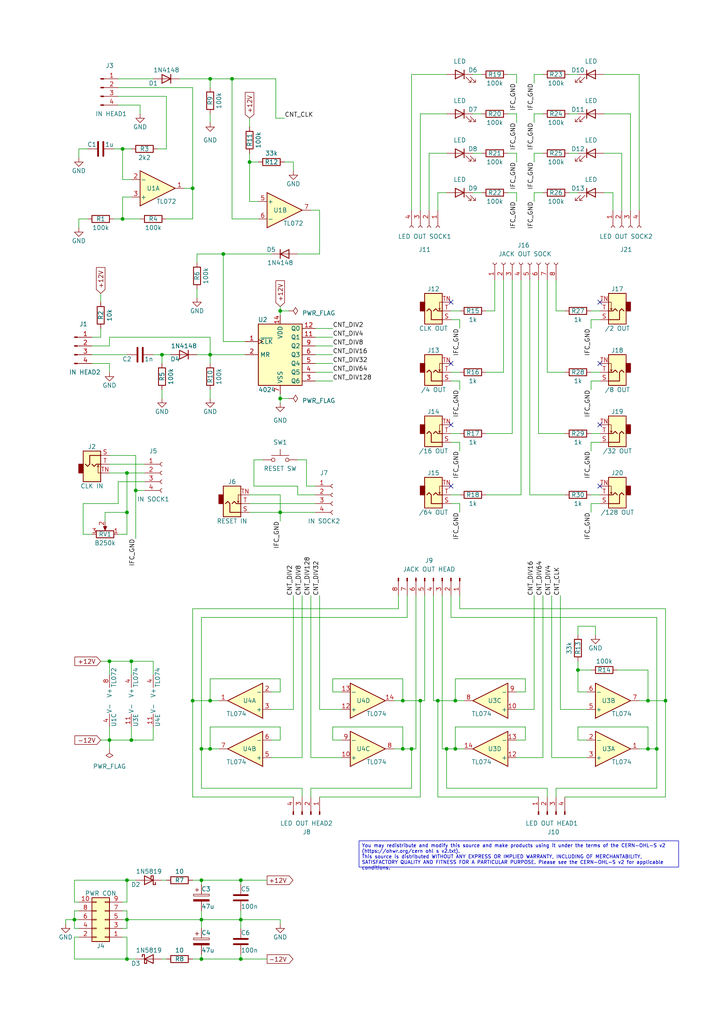
<source format=kicad_sch>
(kicad_sch (version 20230121) (generator eeschema)
  (paper "A4" portrait)
  (title_block (title "PowerClock") (date "2023-03-06") (rev "rev2 ab") (company "Audible Contraptions") (comment 1 "Source location: https://github.com/AudibleContraptions/PowerClock") (comment 2 "any later version.") (comment 3 "This source describes Open Hardware and is licensed under the CERN-OHL-S v2 or ") (comment 4 "Copyright Arne Bethmann 2023."))
  (junction (at 36.83 137.16))
  (junction (at 121.92 203.2))
  (junction (at 64.77 73.66))
  (junction (at 69.85 278.13))
  (junction (at 69.85 266.7))
  (junction (at 31.75 191.77))
  (junction (at 167.64 194.31))
  (junction (at 193.04 203.2))
  (junction (at 190.5 217.17))
  (junction (at 81.28 90.17))
  (junction (at 36.83 148.59))
  (junction (at 35.56 63.5))
  (junction (at 36.83 278.13))
  (junction (at 81.28 148.59))
  (junction (at 60.96 203.2))
  (junction (at 187.96 217.17))
  (junction (at 60.96 217.17))
  (junction (at 60.96 102.87))
  (junction (at 116.84 217.17))
  (junction (at 55.88 54.61))
  (junction (at 127 203.2))
  (junction (at 36.83 255.27))
  (junction (at 55.88 203.2))
  (junction (at 116.84 203.2))
  (junction (at 39.37 142.24))
  (junction (at 69.85 255.27))
  (junction (at 72.39 46.99))
  (junction (at 119.38 217.17))
  (junction (at 35.56 43.18))
  (junction (at 38.1 214.63))
  (junction (at 58.42 217.17))
  (junction (at 58.42 266.7))
  (junction (at 46.99 102.87))
  (junction (at 81.28 115.57))
  (junction (at 60.96 22.86))
  (junction (at 31.75 214.63))
  (junction (at 132.08 203.2))
  (junction (at 132.08 217.17))
  (junction (at 67.31 22.86))
  (junction (at 36.83 266.7))
  (junction (at 38.1 191.77))
  (junction (at 129.54 217.17))
  (junction (at 58.42 278.13))
  (junction (at 58.42 255.27))
  (junction (at 21.59 266.7))
  (junction (at 187.96 203.2))
  (no_connect (at 130.81 140.97))
  (no_connect (at 173.99 87.63))
  (no_connect (at 173.99 140.97))
  (no_connect (at 130.81 105.41))
  (no_connect (at 130.81 87.63))
  (no_connect (at 173.99 105.41))
  (no_connect (at 173.99 123.19))
  (no_connect (at 130.81 123.19))
  (wire (pts (xy 55.88 255.27) (xy 58.42 255.27)))
  (wire (pts (xy 72.39 143.51) (xy 81.28 143.51)))
  (wire (pts (xy 58.42 278.13) (xy 58.42 276.86)))
  (wire (pts (xy 154.94 55.88) (xy 154.94 58.42)))
  (wire (pts (xy 58.42 255.27) (xy 58.42 256.54)))
  (wire (pts (xy 91.44 107.95) (xy 96.52 107.95)))
  (wire (pts (xy 60.96 210.82) (xy 60.96 217.17)))
  (wire (pts (xy 96.52 214.63) (xy 99.06 214.63)))
  (wire (pts (xy 139.7 33.02) (xy 137.16 33.02)))
  (wire (pts (xy 171.45 128.27) (xy 171.45 130.81)))
  (wire (pts (xy 187.96 203.2) (xy 193.04 203.2)))
  (wire (pts (xy 55.88 63.5) (xy 55.88 54.61)))
  (wire (pts (xy 31.75 191.77) (xy 31.75 195.58)))
  (wire (pts (xy 171.45 92.71) (xy 171.45 95.25)))
  (wire (pts (xy 73.66 140.97) (xy 86.36 140.97)))
  (wire (pts (xy 129.54 228.6) (xy 158.75 228.6)))
  (wire (pts (xy 35.56 264.16) (xy 36.83 264.16)))
  (wire (pts (xy 167.64 194.31) (xy 167.64 200.66)))
  (wire (pts (xy 22.86 261.62) (xy 21.59 261.62)))
  (wire (pts (xy 44.45 191.77) (xy 38.1 191.77)))
  (wire (pts (xy 34.29 27.94) (xy 48.26 27.94)))
  (wire (pts (xy 81.28 143.51) (xy 81.28 148.59)))
  (wire (pts (xy 81.28 115.57) (xy 83.82 115.57)))
  (wire (pts (xy 125.73 203.2) (xy 127 203.2)))
  (wire (pts (xy 121.92 203.2) (xy 123.19 203.2)))
  (wire (pts (xy 167.64 184.15) (xy 167.64 181.61)))
  (wire (pts (xy 91.44 105.41) (xy 96.52 105.41)))
  (wire (pts (xy 187.96 217.17) (xy 185.42 217.17)))
  (wire (pts (xy 36.83 148.59) (xy 36.83 137.16)))
  (wire (pts (xy 133.35 143.51) (xy 130.81 143.51)))
  (wire (pts (xy 91.44 100.33) (xy 96.52 100.33)))
  (wire (pts (xy 60.96 102.87) (xy 71.12 102.87)))
  (wire (pts (xy 193.04 203.2) (xy 193.04 231.14)))
  (wire (pts (xy 130.81 92.71) (xy 133.35 92.71)))
  (wire (pts (xy 167.64 194.31) (xy 171.45 194.31)))
  (wire (pts (xy 48.26 43.18) (xy 45.72 43.18)))
  (wire (pts (xy 26.67 105.41) (xy 31.75 105.41)))
  (wire (pts (xy 133.35 107.95) (xy 130.81 107.95)))
  (wire (pts (xy 190.5 179.07) (xy 190.5 217.17)))
  (wire (pts (xy 90.17 219.71) (xy 99.06 219.71)))
  (wire (pts (xy 55.88 203.2) (xy 60.96 203.2)))
  (wire (pts (xy 127 55.88) (xy 129.54 55.88)))
  (wire (pts (xy 149.86 21.59) (xy 149.86 24.13)))
  (wire (pts (xy 161.29 228.6) (xy 161.29 231.14)))
  (wire (pts (xy 60.96 33.02) (xy 60.96 35.56)))
  (wire (pts (xy 185.42 60.96) (xy 185.42 21.59)))
  (wire (pts (xy 167.64 214.63) (xy 167.64 210.82)))
  (wire (pts (xy 73.66 133.35) (xy 76.2 133.35)))
  (wire (pts (xy 46.99 113.03) (xy 46.99 115.57)))
  (wire (pts (xy 34.29 25.4) (xy 55.88 25.4)))
  (wire (pts (xy 81.28 90.17) (xy 81.28 91.44)))
  (wire (pts (xy 146.05 107.95) (xy 140.97 107.95)))
  (wire (pts (xy 22.86 266.7) (xy 21.59 266.7)))
  (wire (pts (xy 123.19 172.72) (xy 123.19 203.2)))
  (wire (pts (xy 36.83 137.16) (xy 41.91 137.16)))
  (wire (pts (xy 132.08 210.82) (xy 132.08 217.17)))
  (wire (pts (xy 69.85 276.86) (xy 69.85 278.13)))
  (wire (pts (xy 133.35 128.27) (xy 133.35 130.81)))
  (wire (pts (xy 172.72 181.61) (xy 172.72 184.15)))
  (wire (pts (xy 171.45 125.73) (xy 173.99 125.73)))
  (wire (pts (xy 87.63 228.6) (xy 87.63 231.14)))
  (wire (pts (xy 35.56 269.24) (xy 36.83 269.24)))
  (wire (pts (xy 132.08 203.2) (xy 127 203.2)))
  (wire (pts (xy 57.15 73.66) (xy 64.77 73.66)))
  (wire (pts (xy 133.35 92.71) (xy 133.35 95.25)))
  (wire (pts (xy 116.84 210.82) (xy 116.84 217.17)))
  (wire (pts (xy 69.85 266.7) (xy 81.28 266.7)))
  (wire (pts (xy 154.94 33.02) (xy 157.48 33.02)))
  (wire (pts (xy 31.75 134.62) (xy 41.91 134.62)))
  (wire (pts (xy 151.13 81.28) (xy 151.13 143.51)))
  (wire (pts (xy 158.75 107.95) (xy 163.83 107.95)))
  (wire (pts (xy 149.86 55.88) (xy 147.32 55.88)))
  (wire (pts (xy 91.44 97.79) (xy 96.52 97.79)))
  (wire (pts (xy 81.28 214.63) (xy 81.28 210.82)))
  (wire (pts (xy 26.67 102.87) (xy 36.83 102.87)))
  (wire (pts (xy 91.44 110.49) (xy 96.52 110.49)))
  (wire (pts (xy 85.09 46.99) (xy 85.09 49.53)))
  (wire (pts (xy 173.99 110.49) (xy 171.45 110.49)))
  (wire (pts (xy 182.88 60.96) (xy 182.88 33.02)))
  (wire (pts (xy 118.11 172.72) (xy 118.11 179.07)))
  (wire (pts (xy 171.45 146.05) (xy 171.45 148.59)))
  (wire (pts (xy 25.4 63.5) (xy 22.86 63.5)))
  (wire (pts (xy 72.39 148.59) (xy 81.28 148.59)))
  (wire (pts (xy 60.96 102.87) (xy 60.96 105.41)))
  (wire (pts (xy 167.64 191.77) (xy 167.64 194.31)))
  (wire (pts (xy 35.56 57.15) (xy 38.1 57.15)))
  (wire (pts (xy 29.21 214.63) (xy 31.75 214.63)))
  (wire (pts (xy 116.84 196.85) (xy 96.52 196.85)))
  (wire (pts (xy 81.28 88.9) (xy 81.28 90.17)))
  (wire (pts (xy 64.77 99.06) (xy 71.12 99.06)))
  (wire (pts (xy 22.86 43.18) (xy 22.86 45.72)))
  (wire (pts (xy 31.75 100.33) (xy 31.75 97.79)))
  (wire (pts (xy 86.36 133.35) (xy 88.9 133.35)))
  (wire (pts (xy 115.57 176.53) (xy 55.88 176.53)))
  (wire (pts (xy 133.35 110.49) (xy 133.35 113.03)))
  (wire (pts (xy 41.91 139.7) (xy 34.29 139.7)))
  (wire (pts (xy 132.08 217.17) (xy 129.54 217.17)))
  (wire (pts (xy 57.15 102.87) (xy 60.96 102.87)))
  (wire (pts (xy 21.59 255.27) (xy 21.59 261.62)))
  (wire (pts (xy 88.9 140.97) (xy 91.44 140.97)))
  (wire (pts (xy 152.4 214.63) (xy 152.4 210.82)))
  (wire (pts (xy 190.5 217.17) (xy 190.5 228.6)))
  (wire (pts (xy 129.54 217.17) (xy 128.27 217.17)))
  (wire (pts (xy 167.64 181.61) (xy 172.72 181.61)))
  (wire (pts (xy 116.84 203.2) (xy 121.92 203.2)))
  (wire (pts (xy 92.71 172.72) (xy 92.71 205.74)))
  (wire (pts (xy 187.96 210.82) (xy 187.96 217.17)))
  (wire (pts (xy 140.97 90.17) (xy 143.51 90.17)))
  (wire (pts (xy 52.07 22.86) (xy 60.96 22.86)))
  (wire (pts (xy 148.59 125.73) (xy 140.97 125.73)))
  (wire (pts (xy 153.67 143.51) (xy 163.83 143.51)))
  (wire (pts (xy 24.13 154.94) (xy 26.67 154.94)))
  (wire (pts (xy 153.67 81.28) (xy 153.67 143.51)))
  (wire (pts (xy 81.28 148.59) (xy 81.28 151.13)))
  (wire (pts (xy 64.77 99.06) (xy 64.77 73.66)))
  (wire (pts (xy 114.3 203.2) (xy 116.84 203.2)))
  (wire (pts (xy 80.01 34.29) (xy 82.55 34.29)))
  (wire (pts (xy 78.74 214.63) (xy 81.28 214.63)))
  (wire (pts (xy 129.54 217.17) (xy 129.54 228.6)))
  (wire (pts (xy 133.35 125.73) (xy 130.81 125.73)))
  (wire (pts (xy 22.86 63.5) (xy 22.86 66.04)))
  (wire (pts (xy 171.45 90.17) (xy 173.99 90.17)))
  (wire (pts (xy 55.88 203.2) (xy 55.88 231.14)))
  (wire (pts (xy 124.46 44.45) (xy 129.54 44.45)))
  (wire (pts (xy 60.96 196.85) (xy 60.96 203.2)))
  (wire (pts (xy 149.86 214.63) (xy 152.4 214.63)))
  (wire (pts (xy 82.55 46.99) (xy 85.09 46.99)))
  (wire (pts (xy 156.21 125.73) (xy 163.83 125.73)))
  (wire (pts (xy 36.83 264.16) (xy 36.83 266.7)))
  (wire (pts (xy 29.21 191.77) (xy 31.75 191.77)))
  (wire (pts (xy 139.7 55.88) (xy 137.16 55.88)))
  (wire (pts (xy 182.88 33.02) (xy 175.26 33.02)))
  (wire (pts (xy 33.02 43.18) (xy 35.56 43.18)))
  (wire (pts (xy 38.1 191.77) (xy 38.1 195.58)))
  (wire (pts (xy 38.1 214.63) (xy 38.1 210.82)))
  (wire (pts (xy 92.71 60.96) (xy 92.71 73.66)))
  (wire (pts (xy 151.13 143.51) (xy 140.97 143.51)))
  (wire (pts (xy 180.34 60.96) (xy 180.34 44.45)))
  (wire (pts (xy 35.56 52.07) (xy 38.1 52.07)))
  (wire (pts (xy 58.42 264.16) (xy 58.42 266.7)))
  (wire (pts (xy 165.1 55.88) (xy 167.64 55.88)))
  (wire (pts (xy 133.35 90.17) (xy 130.81 90.17)))
  (wire (pts (xy 127 60.96) (xy 127 55.88)))
  (wire (pts (xy 116.84 217.17) (xy 114.3 217.17)))
  (wire (pts (xy 154.94 205.74) (xy 149.86 205.74)))
  (wire (pts (xy 85.09 172.72) (xy 85.09 205.74)))
  (wire (pts (xy 21.59 278.13) (xy 21.59 271.78)))
  (wire (pts (xy 31.75 210.82) (xy 31.75 214.63)))
  (wire (pts (xy 87.63 172.72) (xy 87.63 219.71)))
  (wire (pts (xy 58.42 255.27) (xy 69.85 255.27)))
  (wire (pts (xy 69.85 264.16) (xy 69.85 266.7)))
  (wire (pts (xy 120.65 172.72) (xy 120.65 217.17)))
  (wire (pts (xy 154.94 172.72) (xy 154.94 205.74)))
  (wire (pts (xy 72.39 46.99) (xy 74.93 46.99)))
  (wire (pts (xy 162.56 205.74) (xy 170.18 205.74)))
  (wire (pts (xy 158.75 228.6) (xy 158.75 231.14)))
  (wire (pts (xy 125.73 172.72) (xy 125.73 203.2)))
  (wire (pts (xy 36.83 266.7) (xy 36.83 269.24)))
  (wire (pts (xy 119.38 217.17) (xy 120.65 217.17)))
  (wire (pts (xy 152.4 210.82) (xy 132.08 210.82)))
  (wire (pts (xy 35.56 63.5) (xy 35.56 57.15)))
  (wire (pts (xy 133.35 176.53) (xy 193.04 176.53)))
  (wire (pts (xy 81.28 90.17) (xy 83.82 90.17)))
  (wire (pts (xy 31.75 97.79) (xy 60.96 97.79)))
  (wire (pts (xy 46.99 105.41) (xy 46.99 102.87)))
  (wire (pts (xy 119.38 217.17) (xy 119.38 228.6)))
  (wire (pts (xy 36.83 271.78) (xy 36.83 278.13)))
  (wire (pts (xy 58.42 179.07) (xy 58.42 217.17)))
  (wire (pts (xy 72.39 34.29) (xy 72.39 36.83)))
  (wire (pts (xy 24.13 146.05) (xy 24.13 154.94)))
  (wire (pts (xy 35.56 271.78) (xy 36.83 271.78)))
  (wire (pts (xy 96.52 200.66) (xy 96.52 196.85)))
  (wire (pts (xy 30.48 151.13) (xy 30.48 148.59)))
  (wire (pts (xy 44.45 214.63) (xy 38.1 214.63)))
  (wire (pts (xy 149.86 21.59) (xy 147.32 21.59)))
  (wire (pts (xy 121.92 203.2) (xy 121.92 231.14)))
  (wire (pts (xy 149.86 33.02) (xy 147.32 33.02)))
  (wire (pts (xy 167.64 210.82) (xy 187.96 210.82)))
  (wire (pts (xy 173.99 128.27) (xy 171.45 128.27)))
  (wire (pts (xy 124.46 60.96) (xy 124.46 44.45)))
  (wire (pts (xy 78.74 200.66) (xy 81.28 200.66)))
  (wire (pts (xy 130.81 110.49) (xy 133.35 110.49)))
  (wire (pts (xy 133.35 146.05) (xy 133.35 148.59)))
  (wire (pts (xy 81.28 200.66) (xy 81.28 196.85)))
  (wire (pts (xy 88.9 133.35) (xy 88.9 140.97)))
  (wire (pts (xy 165.1 21.59) (xy 167.64 21.59)))
  (wire (pts (xy 81.28 116.84) (xy 81.28 115.57)))
  (wire (pts (xy 72.39 46.99) (xy 72.39 44.45)))
  (wire (pts (xy 21.59 269.24) (xy 22.86 269.24)))
  (wire (pts (xy 44.45 195.58) (xy 44.45 191.77)))
  (wire (pts (xy 161.29 81.28) (xy 161.29 90.17)))
  (wire (pts (xy 91.44 143.51) (xy 86.36 143.51)))
  (wire (pts (xy 60.96 203.2) (xy 63.5 203.2)))
  (wire (pts (xy 69.85 278.13) (xy 77.47 278.13)))
  (wire (pts (xy 39.37 255.27) (xy 36.83 255.27)))
  (wire (pts (xy 149.86 44.45) (xy 149.86 46.99)))
  (wire (pts (xy 132.08 203.2) (xy 134.62 203.2)))
  (wire (pts (xy 39.37 142.24) (xy 39.37 156.21)))
  (wire (pts (xy 46.99 102.87) (xy 49.53 102.87)))
  (wire (pts (xy 118.11 179.07) (xy 58.42 179.07)))
  (wire (pts (xy 34.29 30.48) (xy 40.64 30.48)))
  (wire (pts (xy 69.85 255.27) (xy 77.47 255.27)))
  (wire (pts (xy 149.86 55.88) (xy 149.86 58.42)))
  (wire (pts (xy 55.88 25.4) (xy 55.88 54.61)))
  (wire (pts (xy 91.44 102.87) (xy 96.52 102.87)))
  (wire (pts (xy 35.56 261.62) (xy 36.83 261.62)))
  (wire (pts (xy 116.84 217.17) (xy 119.38 217.17)))
  (wire (pts (xy 132.08 196.85) (xy 132.08 203.2)))
  (wire (pts (xy 187.96 203.2) (xy 185.42 203.2)))
  (wire (pts (xy 193.04 176.53) (xy 193.04 203.2)))
  (wire (pts (xy 152.4 200.66) (xy 152.4 196.85)))
  (wire (pts (xy 90.17 172.72) (xy 90.17 219.71)))
  (wire (pts (xy 60.96 196.85) (xy 81.28 196.85)))
  (wire (pts (xy 127 231.14) (xy 156.21 231.14)))
  (wire (pts (xy 58.42 278.13) (xy 69.85 278.13)))
  (wire (pts (xy 156.21 81.28) (xy 156.21 125.73)))
  (wire (pts (xy 64.77 73.66) (xy 78.74 73.66)))
  (wire (pts (xy 161.29 90.17) (xy 163.83 90.17)))
  (wire (pts (xy 173.99 92.71) (xy 171.45 92.71)))
  (wire (pts (xy 154.94 44.45) (xy 154.94 46.99)))
  (wire (pts (xy 187.96 194.31) (xy 187.96 203.2)))
  (wire (pts (xy 130.81 179.07) (xy 190.5 179.07)))
  (wire (pts (xy 175.26 55.88) (xy 177.8 55.88)))
  (wire (pts (xy 173.99 107.95) (xy 171.45 107.95)))
  (wire (pts (xy 116.84 210.82) (xy 96.52 210.82)))
  (wire (pts (xy 190.5 228.6) (xy 161.29 228.6)))
  (wire (pts (xy 74.93 58.42) (xy 72.39 58.42)))
  (wire (pts (xy 60.96 217.17) (xy 63.5 217.17)))
  (wire (pts (xy 48.26 27.94) (xy 48.26 43.18)))
  (wire (pts (xy 29.21 87.63) (xy 29.21 85.09)))
  (wire (pts (xy 130.81 172.72) (xy 130.81 179.07)))
  (wire (pts (xy 149.86 33.02) (xy 149.86 35.56)))
  (wire (pts (xy 58.42 217.17) (xy 58.42 228.6)))
  (wire (pts (xy 25.4 43.18) (xy 22.86 43.18)))
  (wire (pts (xy 160.02 172.72) (xy 160.02 219.71)))
  (wire (pts (xy 165.1 33.02) (xy 167.64 33.02)))
  (wire (pts (xy 36.83 266.7) (xy 58.42 266.7)))
  (wire (pts (xy 187.96 217.17) (xy 190.5 217.17)))
  (wire (pts (xy 41.91 142.24) (xy 39.37 142.24)))
  (wire (pts (xy 69.85 256.54) (xy 69.85 255.27)))
  (wire (pts (xy 34.29 154.94) (xy 36.83 154.94)))
  (wire (pts (xy 46.99 278.13) (xy 48.26 278.13)))
  (wire (pts (xy 158.75 81.28) (xy 158.75 107.95)))
  (wire (pts (xy 157.48 219.71) (xy 149.86 219.71)))
  (wire (pts (xy 143.51 81.28) (xy 143.51 90.17)))
  (wire (pts (xy 29.21 95.25) (xy 29.21 97.79)))
  (wire (pts (xy 39.37 278.13) (xy 36.83 278.13)))
  (wire (pts (xy 139.7 21.59) (xy 137.16 21.59)))
  (wire (pts (xy 127 203.2) (xy 127 231.14)))
  (wire (pts (xy 40.64 63.5) (xy 35.56 63.5)))
  (wire (pts (xy 67.31 63.5) (xy 74.93 63.5)))
  (wire (pts (xy 67.31 22.86) (xy 80.01 22.86)))
  (wire (pts (xy 58.42 266.7) (xy 69.85 266.7)))
  (wire (pts (xy 171.45 110.49) (xy 171.45 113.03)))
  (wire (pts (xy 26.67 97.79) (xy 29.21 97.79)))
  (wire (pts (xy 86.36 143.51) (xy 86.36 140.97)))
  (wire (pts (xy 149.86 200.66) (xy 152.4 200.66)))
  (wire (pts (xy 73.66 140.97) (xy 73.66 133.35)))
  (wire (pts (xy 21.59 264.16) (xy 21.59 266.7)))
  (wire (pts (xy 173.99 146.05) (xy 171.45 146.05)))
  (wire (pts (xy 179.07 194.31) (xy 187.96 194.31)))
  (wire (pts (xy 115.57 172.72) (xy 115.57 176.53)))
  (wire (pts (xy 152.4 196.85) (xy 132.08 196.85)))
  (wire (pts (xy 96.52 200.66) (xy 99.06 200.66)))
  (wire (pts (xy 157.48 172.72) (xy 157.48 219.71)))
  (wire (pts (xy 67.31 22.86) (xy 67.31 63.5)))
  (wire (pts (xy 60.96 22.86) (xy 67.31 22.86)))
  (wire (pts (xy 30.48 148.59) (xy 36.83 148.59)))
  (wire (pts (xy 170.18 200.66) (xy 167.64 200.66)))
  (wire (pts (xy 35.56 52.07) (xy 35.56 43.18)))
  (wire (pts (xy 58.42 266.7) (xy 58.42 269.24)))
  (wire (pts (xy 34.29 22.86) (xy 44.45 22.86)))
  (wire (pts (xy 116.84 196.85) (xy 116.84 203.2)))
  (wire (pts (xy 58.42 228.6) (xy 87.63 228.6)))
  (wire (pts (xy 31.75 191.77) (xy 38.1 191.77)))
  (wire (pts (xy 165.1 44.45) (xy 167.64 44.45)))
  (wire (pts (xy 81.28 148.59) (xy 91.44 148.59)))
  (wire (pts (xy 162.56 172.72) (xy 162.56 205.74)))
  (wire (pts (xy 57.15 73.66) (xy 57.15 76.2)))
  (wire (pts (xy 55.88 231.14) (xy 85.09 231.14)))
  (wire (pts (xy 130.81 146.05) (xy 133.35 146.05)))
  (wire (pts (xy 53.34 54.61) (xy 55.88 54.61)))
  (wire (pts (xy 22.86 271.78) (xy 21.59 271.78)))
  (wire (pts (xy 36.83 278.13) (xy 21.59 278.13)))
  (wire (pts (xy 39.37 142.24) (xy 39.37 132.08)))
  (wire (pts (xy 96.52 210.82) (xy 96.52 214.63)))
  (wire (pts (xy 48.26 63.5) (xy 55.88 63.5)))
  (wire (pts (xy 55.88 278.13) (xy 58.42 278.13)))
  (wire (pts (xy 154.94 21.59) (xy 154.94 24.13)))
  (wire (pts (xy 60.96 217.17) (xy 58.42 217.17)))
  (wire (pts (xy 19.05 266.7) (xy 21.59 266.7)))
  (wire (pts (xy 36.83 255.27) (xy 21.59 255.27)))
  (wire (pts (xy 21.59 266.7) (xy 21.59 269.24)))
  (wire (pts (xy 185.42 21.59) (xy 175.26 21.59)))
  (wire (pts (xy 31.75 137.16) (xy 36.83 137.16)))
  (wire (pts (xy 154.94 33.02) (xy 154.94 35.56)))
  (wire (pts (xy 160.02 219.71) (xy 170.18 219.71)))
  (wire (pts (xy 81.28 210.82) (xy 60.96 210.82)))
  (wire (pts (xy 80.01 22.86) (xy 80.01 34.29)))
  (wire (pts (xy 121.92 33.02) (xy 129.54 33.02)))
  (wire (pts (xy 177.8 55.88) (xy 177.8 60.96)))
  (wire (pts (xy 90.17 228.6) (xy 90.17 231.14)))
  (wire (pts (xy 149.86 44.45) (xy 147.32 44.45)))
  (wire (pts (xy 90.17 60.96) (xy 92.71 60.96)))
  (wire (pts (xy 130.81 128.27) (xy 133.35 128.27)))
  (wire (pts (xy 26.67 100.33) (xy 31.75 100.33)))
  (wire (pts (xy 60.96 113.03) (xy 60.96 115.57)))
  (wire (pts (xy 171.45 143.51) (xy 173.99 143.51)))
  (wire (pts (xy 60.96 22.86) (xy 60.96 25.4)))
  (wire (pts (xy 34.29 146.05) (xy 24.13 146.05)))
  (wire (pts (xy 36.83 255.27) (xy 36.83 261.62)))
  (wire (pts (xy 154.94 21.59) (xy 157.48 21.59)))
  (wire (pts (xy 85.09 205.74) (xy 78.74 205.74)))
  (wire (pts (xy 91.44 95.25) (xy 96.52 95.25)))
  (wire (pts (xy 119.38 60.96) (xy 119.38 21.59)))
  (wire (pts (xy 19.05 267.97) (xy 19.05 266.7)))
  (wire (pts (xy 86.36 73.66) (xy 92.71 73.66)))
  (wire (pts (xy 132.08 217.17) (xy 134.62 217.17)))
  (wire (pts (xy 72.39 58.42) (xy 72.39 46.99)))
  (wire (pts (xy 31.75 132.08) (xy 39.37 132.08)))
  (wire (pts (xy 92.71 205.74) (xy 99.06 205.74)))
  (wire (pts (xy 139.7 44.45) (xy 137.16 44.45)))
  (wire (pts (xy 119.38 21.59) (xy 129.54 21.59)))
  (wire (pts (xy 121.92 231.14) (xy 92.71 231.14)))
  (wire (pts (xy 34.29 139.7) (xy 34.29 146.05)))
  (wire (pts (xy 72.39 146.05) (xy 91.44 146.05)))
  (wire (pts (xy 31.75 105.41) (xy 31.75 107.95)))
  (wire (pts (xy 81.28 267.97) (xy 81.28 266.7)))
  (wire (pts (xy 148.59 81.28) (xy 148.59 125.73)))
  (wire (pts (xy 154.94 55.88) (xy 157.48 55.88)))
  (wire (pts (xy 44.45 210.82) (xy 44.45 214.63)))
  (wire (pts (xy 60.96 97.79) (xy 60.96 102.87)))
  (wire (pts (xy 133.35 172.72) (xy 133.35 176.53)))
  (wire (pts (xy 121.92 60.96) (xy 121.92 33.02)))
  (wire (pts (xy 44.45 102.87) (xy 46.99 102.87)))
  (wire (pts (xy 46.99 255.27) (xy 48.26 255.27)))
  (wire (pts (xy 180.34 44.45) (xy 175.26 44.45)))
  (wire (pts (xy 55.88 176.53) (xy 55.88 203.2)))
  (wire (pts (xy 57.15 86.36) (xy 57.15 83.82)))
  (wire (pts (xy 154.94 44.45) (xy 157.48 44.45)))
  (wire (pts (xy 22.86 264.16) (xy 21.59 264.16)))
  (wire (pts (xy 146.05 81.28) (xy 146.05 107.95)))
  (wire (pts (xy 35.56 43.18) (xy 38.1 43.18)))
  (wire (pts (xy 128.27 172.72) (xy 128.27 217.17)))
  (wire (pts (xy 193.04 231.14) (xy 163.83 231.14)))
  (wire (pts (xy 69.85 266.7) (xy 69.85 269.24)))
  (wire (pts (xy 81.28 115.57) (xy 81.28 114.3)))
  (wire (pts (xy 170.18 214.63) (xy 167.64 214.63)))
  (wire (pts (xy 40.64 30.48) (xy 40.64 33.02)))
  (wire (pts (xy 31.75 214.63) (xy 31.75 217.17)))
  (wire (pts (xy 35.56 266.7) (xy 36.83 266.7)))
  (wire (pts (xy 119.38 228.6) (xy 90.17 228.6)))
  (wire (pts (xy 87.63 219.71) (xy 78.74 219.71)))
  (wire (pts (xy 31.75 214.63) (xy 38.1 214.63)))
  (wire (pts (xy 36.83 154.94) (xy 36.83 148.59)))
  (wire (pts (xy 33.02 63.5) (xy 35.56 63.5)))
  (text_box "You may redistribute and modify this source and make products using it under the terms of the CERN-OHL-S v2 (https://ohwr.org/cern ohl s v2.txt).\nThis source is distributed WITHOUT ANY EXPRESS OR IMPLIED WARRANTY, INCLUDING OF MERCHANTABILITY, SATISFACTORY QUALITY AND FITNESS FOR A PARTICULAR PURPOSE. Please see the CERN-OHL-S v2 for applicable conditions." (at 104.14 243.84 0) (size 92.71 7.62) (effects (font (size 1 1)) (justify left top)))
  (label "IFC_GND" (at 133.35 95.25 270))
  (label "CNT_DIV16" (at 96.52 102.87 0))
  (label "IFC_GND" (at 154.94 24.13 270))
  (label "IFC_GND" (at 149.86 24.13 270))
  (label "CNT_DIV8" (at 87.63 172.72 90))
  (label "IFC_GND" (at 81.28 151.13 270))
  (label "IFC_GND" (at 149.86 35.56 270))
  (label "IFC_GND" (at 154.94 58.42 270))
  (label "CNT_DIV128" (at 96.52 110.49 0))
  (label "IFC_GND" (at 133.35 130.81 270))
  (label "IFC_GND" (at 39.37 156.21 270))
  (label "CNT_DIV2" (at 85.09 172.72 90))
  (label "CNT_DIV64" (at 96.52 107.95 0))
  (label "IFC_GND" (at 133.35 148.59 270))
  (label "IFC_GND" (at 171.45 113.03 270))
  (label "CNT_DIV8" (at 96.52 100.33 0))
  (label "CNT_DIV4" (at 96.52 97.79 0))
  (label "IFC_GND" (at 154.94 46.99 270))
  (label "CNT_DIV32" (at 92.71 172.72 90))
  (label "CNT_CLK" (at 82.55 34.29 0))
  (label "IFC_GND" (at 171.45 148.59 270))
  (label "CNT_DIV16" (at 154.94 172.72 90))
  (label "CNT_DIV2" (at 96.52 95.25 0))
  (label "CNT_DIV64" (at 157.48 172.72 90))
  (label "IFC_GND" (at 149.86 58.42 270))
  (label "CNT_DIV32" (at 96.52 105.41 0))
  (label "IFC_GND" (at 133.35 113.03 270))
  (label "IFC_GND" (at 171.45 130.81 270))
  (label "IFC_GND" (at 149.86 46.99 270))
  (label "CNT_DIV4" (at 160.02 172.72 90))
  (label "IFC_GND" (at 154.94 35.56 270))
  (label "IFC_GND" (at 171.45 95.25 270))
  (label "CNT_CLK" (at 162.56 172.72 90))
  (label "CNT_DIV128" (at 90.17 172.72 90))
  (global_label "+12V" (shape input) (at 29.21 191.77 180) (property "Intersheetrefs" "${INTERSHEET_REFS}" (effects hide)))
  (global_label "+12V" (shape output) (at 77.47 255.27 0) (property "Intersheetrefs" "${INTERSHEET_REFS}" (effects hide)))
  (global_label "-12V" (shape output) (at 77.47 278.13 0) (property "Intersheetrefs" "${INTERSHEET_REFS}" (effects hide)))
  (global_label "-12V" (shape input) (at 29.21 214.63 180) (property "Intersheetrefs" "${INTERSHEET_REFS}" (effects hide)))
  (global_label "+12V" (shape input) (at 29.21 85.09 90) (property "Intersheetrefs" "${INTERSHEET_REFS}" (effects hide)))
  (global_label "+12V" (shape input) (at 81.28 88.9 90) (property "Intersheetrefs" "${INTERSHEET_REFS}" (effects hide)))
  (global_label "+12V" (shape input) (at 72.39 34.29 90) (property "Intersheetrefs" "${INTERSHEET_REFS}" (effects hide)))
  (symbol (lib_id "Connector_Audio:AudioJack2_SwitchT") (at 179.07 143.51 180) (unit 1)
    (property "Reference" "J20" (at 179.07 137.16 0))
    (property "Value" "/128 OUT" (at 179.07 148.59 0))
    (property "Footprint" "Connector_Audio:Jack_3.5mm_QingPu_WQP-PJ398SM_Vertical_CircularHoles" (effects hide))
  )
  (symbol (lib_id "Device:R") (at 161.29 55.88 90) (unit 1)
    (property "Reference" "R26" (at 161.29 55.88 90))
    (property "Value" "100k" (at 161.29 58.42 90))
    (property "Footprint" "Resistor_THT:R_Axial_DIN0207_L6.3mm_D2.5mm_P7.62mm_Horizontal" (effects hide))
  )
  (symbol (lib_id "Device:R") (at 167.64 125.73 90) (unit 1)
    (property "Reference" "R29" (at 167.64 125.73 90))
    (property "Value" "1k" (at 167.64 128.27 90))
    (property "Footprint" "Resistor_THT:R_Axial_DIN0207_L6.3mm_D2.5mm_P7.62mm_Horizontal" (effects hide))
  )
  (symbol (lib_id "Device:R") (at 167.64 107.95 90) (unit 1)
    (property "Reference" "R28" (at 167.64 107.95 90))
    (property "Value" "1k" (at 167.64 110.49 90))
    (property "Footprint" "Resistor_THT:R_Axial_DIN0207_L6.3mm_D2.5mm_P7.62mm_Horizontal" (effects hide))
  )
  (symbol (lib_id "Device:LED") (at 133.35 33.02 0) (mirror y) (unit 1)
    (property "Reference" "D7" (at 137.16 31.75 0))
    (property "Value" "LED" (at 133.35 29.21 0))
    (property "Footprint" "LED_THT:LED_D3.0mm" (effects hide))
  )
  (symbol (lib_id "Connector_Audio:AudioJack2_SwitchT") (at 125.73 107.95 0) (mirror x) (unit 1)
    (property "Reference" "J13" (at 125.73 101.6 0))
    (property "Value" "/4 OUT" (at 125.73 113.03 0))
    (property "Footprint" "Connector_Audio:Jack_3.5mm_QingPu_WQP-PJ398SM_Vertical_CircularHoles" (effects hide))
  )
  (symbol (lib_id "Device:R") (at 137.16 125.73 270) (mirror x) (unit 1)
    (property "Reference" "R17" (at 137.16 125.73 90))
    (property "Value" "1k" (at 137.16 128.27 90))
    (property "Footprint" "Resistor_THT:R_Axial_DIN0207_L6.3mm_D2.5mm_P7.62mm_Horizontal" (effects hide))
  )
  (symbol (lib_id "power:GND") (at 31.75 107.95 0) (unit 1)
    (property "Reference" "#PWR04" (effects hide))
    (property "Value" "GND" (at 31.75 111.76 0))
  )
  (symbol (lib_id "Device:R") (at 143.51 33.02 270) (mirror x) (unit 1)
    (property "Reference" "R20" (at 143.51 33.02 90))
    (property "Value" "100k" (at 143.51 35.56 90))
    (property "Footprint" "Resistor_THT:R_Axial_DIN0207_L6.3mm_D2.5mm_P7.62mm_Horizontal" (effects hide))
  )
  (symbol (lib_id "Connector_Audio:AudioJack2_SwitchT") (at 179.07 107.95 180) (unit 1)
    (property "Reference" "J18" (at 179.07 101.6 0))
    (property "Value" "/8 OUT" (at 179.07 113.03 0))
    (property "Footprint" "Connector_Audio:Jack_3.5mm_QingPu_WQP-PJ398SM_Vertical_CircularHoles" (effects hide))
  )
  (symbol (lib_id "Device:C") (at 29.21 43.18 270) (unit 1)
    (property "Reference" "C1" (at 26.67 41.91 90))
    (property "Value" "1u" (at 31.75 41.91 90))
    (property "Footprint" "Capacitor_THT:C_Disc_D4.3mm_W1.9mm_P5.00mm" (effects hide))
  )
  (symbol (lib_id "Device:R") (at 29.21 63.5 90) (unit 1)
    (property "Reference" "R1" (at 29.21 63.5 90))
    (property "Value" "100k" (at 29.21 66.04 90))
    (property "Footprint" "Resistor_THT:R_Axial_DIN0207_L6.3mm_D2.5mm_P7.62mm_Horizontal" (effects hide))
  )
  (symbol (lib_id "Amplifier_Operational:TL074") (at 106.68 217.17 0) (mirror x) (unit 3)
    (property "Reference" "U4" (at 105.41 217.17 0))
    (property "Value" "TL074" (at 109.22 220.98 0))
    (property "Footprint" "Package_DIP:DIP-14_W7.62mm_Socket" (effects hide))
    (property "Datasheet" "http://www.ti.com/lit/ds/symlink/tl071.pdf" (effects hide))
  )
  (symbol (lib_id "Amplifier_Operational:TL074") (at 142.24 203.2 180) (unit 3)
    (property "Reference" "U3" (at 143.51 203.2 0))
    (property "Value" "TL074" (at 139.7 207.01 0))
    (property "Footprint" "Package_DIP:DIP-14_W7.62mm_Socket" (effects hide))
    (property "Datasheet" "http://www.ti.com/lit/ds/symlink/tl071.pdf" (effects hide))
  )
  (symbol (lib_id "Connector:Conn_01x04_Socket") (at 46.99 137.16 0) (unit 1)
    (property "Reference" "J5" (at 44.45 130.81 0))
    (property "Value" "IN SOCK1" (at 44.45 144.78 0))
    (property "Footprint" "Connector_PinSocket_2.54mm:PinSocket_2x02_P2.54mm_Vertical" (effects hide))
  )
  (symbol (lib_id "power:GND") (at 172.72 184.15 0) (mirror y) (unit 1)
    (property "Reference" "#PWR013" (effects hide))
    (property "Value" "GND" (at 172.72 187.96 0))
  )
  (symbol (lib_id "Connector:Conn_01x08_Socket") (at 151.13 76.2 90) (unit 1)
    (property "Reference" "J16" (at 153.67 71.12 90) (effects (justify left)))
    (property "Value" "JACK OUT SOCK" (at 160.02 73.66 90) (effects (justify left)))
    (property "Footprint" "Connector_PinSocket_2.54mm:PinSocket_1x08_P2.54mm_Vertical" (effects hide))
  )
  (symbol (lib_id "Device:R") (at 161.29 33.02 90) (unit 1)
    (property "Reference" "R24" (at 161.29 33.02 90))
    (property "Value" "100k" (at 161.29 35.56 90))
    (property "Footprint" "Resistor_THT:R_Axial_DIN0207_L6.3mm_D2.5mm_P7.62mm_Horizontal" (effects hide))
  )
  (symbol (lib_id "Device:R") (at 60.96 109.22 0) (unit 1)
    (property "Reference" "R10" (at 60.96 109.22 90))
    (property "Value" "100k" (at 63.5 109.22 90))
    (property "Footprint" "Resistor_THT:R_Axial_DIN0207_L6.3mm_D2.5mm_P7.62mm_Horizontal" (effects hide))
  )
  (symbol (lib_id "power:GND") (at 46.99 115.57 0) (unit 1)
    (property "Reference" "#PWR06" (effects hide))
    (property "Value" "GND" (at 46.99 119.38 0))
  )
  (symbol (lib_id "Connector_Audio:AudioJack2_SwitchT") (at 125.73 143.51 0) (mirror x) (unit 1)
    (property "Reference" "J15" (at 125.73 137.16 0))
    (property "Value" "/64 OUT" (at 125.73 148.59 0))
    (property "Footprint" "Connector_Audio:Jack_3.5mm_QingPu_WQP-PJ398SM_Vertical_CircularHoles" (effects hide))
  )
  (symbol (lib_id "Device:R") (at 46.99 109.22 0) (unit 1)
    (property "Reference" "R5" (at 46.99 109.22 90))
    (property "Value" "100k" (at 49.53 109.22 90))
    (property "Footprint" "Resistor_THT:R_Axial_DIN0207_L6.3mm_D2.5mm_P7.62mm_Horizontal" (effects hide))
  )
  (symbol (lib_id "power:GND") (at 40.64 33.02 0) (unit 1)
    (property "Reference" "#PWR05" (effects hide))
    (property "Value" "GND" (at 40.64 36.83 0))
  )
  (symbol (lib_id "power:GND") (at 19.05 267.97 0) (unit 1)
    (property "Reference" "#PWR03" (effects hide))
    (property "Value" "GND" (at 19.05 271.78 0))
  )
  (symbol (lib_id "Device:R") (at 72.39 40.64 0) (unit 1)
    (property "Reference" "R11" (at 72.39 40.64 90))
    (property "Value" "100k" (at 74.93 40.64 90))
    (property "Footprint" "Resistor_THT:R_Axial_DIN0207_L6.3mm_D2.5mm_P7.62mm_Horizontal" (effects hide))
  )
  (symbol (lib_id "Amplifier_Operational:TL074") (at 40.64 203.2 0) (unit 5)
    (property "Reference" "U3" (at 39.37 210.82 90) (effects (justify left)))
    (property "Value" "TL074" (at 39.37 199.39 90) (effects (justify left)))
    (property "Footprint" "Package_DIP:DIP-14_W7.62mm_Socket" (effects hide))
    (property "Datasheet" "http://www.ti.com/lit/ds/symlink/tl071.pdf" (effects hide))
  )
  (symbol (lib_id "Device:R") (at 137.16 90.17 270) (mirror x) (unit 1)
    (property "Reference" "R15" (at 137.16 90.17 90))
    (property "Value" "1k" (at 137.16 92.71 90))
    (property "Footprint" "Resistor_THT:R_Axial_DIN0207_L6.3mm_D2.5mm_P7.62mm_Horizontal" (effects hide))
  )
  (symbol (lib_id "Device:R") (at 44.45 63.5 90) (unit 1)
    (property "Reference" "R4" (at 44.45 63.5 90))
    (property "Value" "100k" (at 44.45 66.04 90))
    (property "Footprint" "Resistor_THT:R_Axial_DIN0207_L6.3mm_D2.5mm_P7.62mm_Horizontal" (effects hide))
  )
  (symbol (lib_id "Connector_Generic:Conn_02x05_Odd_Even") (at 30.48 266.7 180) (unit 1)
    (property "Reference" "J4" (at 29.21 274.32 0))
    (property "Value" "PWR CON" (at 29.21 259.08 0))
    (property "Footprint" "Connector_PinHeader_2.54mm:PinHeader_2x05_P2.54mm_Vertical" (effects hide))
  )
  (symbol (lib_id "Device:R") (at 78.74 46.99 90) (unit 1)
    (property "Reference" "R12" (at 78.74 46.99 90))
    (property "Value" "33k" (at 78.74 44.45 90))
    (property "Footprint" "Resistor_THT:R_Axial_DIN0207_L6.3mm_D2.5mm_P7.62mm_Horizontal" (effects hide))
  )
  (symbol (lib_id "Switch:SW_Push") (at 81.28 133.35 0) (unit 1)
    (property "Reference" "SW1" (at 81.28 128.27 0))
    (property "Value" "RESET SW" (at 81.28 135.89 0))
    (property "Footprint" "Button_Switch_THT:SW_PUSH_6mm" (effects hide))
  )
  (symbol (lib_id "Diode:1N4148") (at 82.55 73.66 0) (unit 1)
    (property "Reference" "D5" (at 80.01 72.39 0) (effects (justify right)))
    (property "Value" "1N4148" (at 85.09 76.2 0) (effects (justify right)))
    (property "Footprint" "Diode_THT:D_DO-35_SOD27_P7.62mm_Horizontal" (effects hide))
    (property "Datasheet" "https://assets.nexperia.com/documents/data-sheet/1N4148_1N4448.pdf" (effects hide))
  )
  (symbol (lib_id "Diode:1N5819") (at 43.18 255.27 180) (unit 1)
    (property "Reference" "D2" (at 39.37 256.54 0))
    (property "Value" "1N5819" (at 43.18 252.73 0))
    (property "Footprint" "Diode_THT:D_DO-41_SOD81_P10.16mm_Horizontal" (effects hide))
    (property "Datasheet" "http://www.vishay.com/docs/88525/1n5817.pdf" (effects hide))
  )
  (symbol (lib_id "Diode:1N4148") (at 53.34 102.87 180) (unit 1)
    (property "Reference" "D4" (at 50.8 104.14 0))
    (property "Value" "1N4148" (at 53.34 100.33 0))
    (property "Footprint" "Diode_THT:D_DO-35_SOD27_P7.62mm_Horizontal" (effects hide))
    (property "Datasheet" "https://assets.nexperia.com/documents/data-sheet/1N4148_1N4448.pdf" (effects hide))
  )
  (symbol (lib_id "Connector_Audio:AudioJack2_SwitchT") (at 179.07 125.73 180) (unit 1)
    (property "Reference" "J19" (at 179.07 119.38 0))
    (property "Value" "/32 OUT" (at 179.07 130.81 0))
    (property "Footprint" "Connector_Audio:Jack_3.5mm_QingPu_WQP-PJ398SM_Vertical_CircularHoles" (effects hide))
  )
  (symbol (lib_id "Connector:Conn_01x04_Socket") (at 96.52 143.51 0) (unit 1)
    (property "Reference" "J7" (at 93.98 137.16 0))
    (property "Value" "IN SOCK2" (at 93.98 151.13 0))
    (property "Footprint" "Connector_PinSocket_2.54mm:PinSocket_2x02_P2.54mm_Vertical" (effects hide))
  )
  (symbol (lib_id "Device:C_Polarized") (at 58.42 260.35 0) (unit 1)
    (property "Reference" "C3" (at 58.42 257.81 0) (effects (justify left)))
    (property "Value" "47u" (at 58.42 262.89 0) (effects (justify left)))
    (property "Footprint" "Capacitor_THT:C_Radial_D5.0mm_H11.0mm_P2.00mm" (effects hide))
  )
  (symbol (lib_id "Device:R") (at 60.96 29.21 0) (unit 1)
    (property "Reference" "R9" (at 60.96 29.21 90))
    (property "Value" "100k" (at 63.5 29.21 90))
    (property "Footprint" "Resistor_THT:R_Axial_DIN0207_L6.3mm_D2.5mm_P7.62mm_Horizontal" (effects hide))
  )
  (symbol (lib_id "Device:R") (at 167.64 90.17 90) (unit 1)
    (property "Reference" "R27" (at 167.64 90.17 90))
    (property "Value" "1k" (at 167.64 92.71 90))
    (property "Footprint" "Resistor_THT:R_Axial_DIN0207_L6.3mm_D2.5mm_P7.62mm_Horizontal" (effects hide))
  )
  (symbol (lib_id "Connector_Audio:AudioJack2_SwitchT") (at 67.31 146.05 0) (mirror x) (unit 1)
    (property "Reference" "J6" (at 67.31 139.7 0))
    (property "Value" "RESET IN" (at 67.31 151.13 0))
    (property "Footprint" "Connector_Audio:Jack_3.5mm_QingPu_WQP-PJ398SM_Vertical_CircularHoles" (effects hide))
  )
  (symbol (lib_id "power:GND") (at 85.09 49.53 0) (unit 1)
    (property "Reference" "#PWR011" (effects hide))
    (property "Value" "GND" (at 85.09 53.34 0))
  )
  (symbol (lib_id "Amplifier_Operational:TL074") (at 177.8 203.2 0) (mirror x) (unit 2)
    (property "Reference" "U3" (at 176.53 203.2 0))
    (property "Value" "TL074" (at 180.34 207.01 0))
    (property "Footprint" "Package_DIP:DIP-14_W7.62mm_Socket" (effects hide))
    (property "Datasheet" "http://www.ti.com/lit/ds/symlink/tl071.pdf" (effects hide))
  )
  (symbol (lib_id "Device:R") (at 137.16 107.95 270) (mirror x) (unit 1)
    (property "Reference" "R16" (at 137.16 107.95 90))
    (property "Value" "1k" (at 137.16 110.49 90))
    (property "Footprint" "Resistor_THT:R_Axial_DIN0207_L6.3mm_D2.5mm_P7.62mm_Horizontal" (effects hide))
  )
  (symbol (lib_id "power:GND") (at 81.28 116.84 0) (unit 1)
    (property "Reference" "#PWR010" (effects hide))
    (property "Value" "GND" (at 81.28 121.92 0))
  )
  (symbol (lib_id "Device:C") (at 69.85 273.05 180) (unit 1)
    (property "Reference" "C6" (at 69.85 270.51 0) (effects (justify right)))
    (property "Value" "100n" (at 69.85 275.59 0) (effects (justify right)))
    (property "Footprint" "Capacitor_THT:C_Disc_D4.3mm_W1.9mm_P5.00mm" (effects hide))
  )
  (symbol (lib_id "Device:LED") (at 171.45 55.88 0) (unit 1)
    (property "Reference" "D13" (at 167.64 54.61 0))
    (property "Value" "LED" (at 171.45 52.07 0))
    (property "Footprint" "LED_THT:LED_D3.0mm" (effects hide))
  )
  (symbol (lib_id "Connector:Conn_01x04_Pin") (at 90.17 236.22 270) (mirror x) (unit 1)
    (property "Reference" "J8" (at 90.17 241.3 90) (effects (justify right)))
    (property "Value" "LED OUT HEAD2" (at 96.52 238.76 90) (effects (justify right)))
    (property "Footprint" "Connector_PinHeader_2.54mm:PinHeader_1x04_P2.54mm_Vertical" (effects hide))
  )
  (symbol (lib_id "Device:R") (at 143.51 55.88 270) (mirror x) (unit 1)
    (property "Reference" "R22" (at 143.51 55.88 90))
    (property "Value" "100k" (at 143.51 58.42 90))
    (property "Footprint" "Resistor_THT:R_Axial_DIN0207_L6.3mm_D2.5mm_P7.62mm_Horizontal" (effects hide))
  )
  (symbol (lib_id "Device:R") (at 143.51 44.45 270) (mirror x) (unit 1)
    (property "Reference" "R21" (at 143.51 44.45 90))
    (property "Value" "100k" (at 143.51 46.99 90))
    (property "Footprint" "Resistor_THT:R_Axial_DIN0207_L6.3mm_D2.5mm_P7.62mm_Horizontal" (effects hide))
  )
  (symbol (lib_id "Device:R") (at 41.91 43.18 90) (unit 1)
    (property "Reference" "R3" (at 41.91 43.18 90))
    (property "Value" "2k2" (at 41.91 45.72 90))
    (property "Footprint" "Resistor_THT:R_Axial_DIN0207_L6.3mm_D2.5mm_P7.62mm_Horizontal" (effects hide))
  )
  (symbol (lib_id "Device:R") (at 175.26 194.31 270) (mirror x) (unit 1)
    (property "Reference" "R14" (at 175.26 194.31 90))
    (property "Value" "100k" (at 175.26 191.77 90))
    (property "Footprint" "Resistor_THT:R_Axial_DIN0207_L6.3mm_D2.5mm_P7.62mm_Horizontal" (effects hide))
  )
  (symbol (lib_id "Amplifier_Operational:TL074") (at 71.12 217.17 180) (unit 2)
    (property "Reference" "U4" (at 72.39 217.17 0))
    (property "Value" "TL074" (at 68.58 220.98 0))
    (property "Footprint" "Package_DIP:DIP-14_W7.62mm_Socket" (effects hide))
    (property "Datasheet" "http://www.ti.com/lit/ds/symlink/tl071.pdf" (effects hide))
  )
  (symbol (lib_id "Amplifier_Operational:TL074") (at 142.24 217.17 180) (unit 4)
    (property "Reference" "U3" (at 143.51 217.17 0))
    (property "Value" "TL074" (at 139.7 220.98 0))
    (property "Footprint" "Package_DIP:DIP-14_W7.62mm_Socket" (effects hide))
    (property "Datasheet" "http://www.ti.com/lit/ds/symlink/tl071.pdf" (effects hide))
  )
  (symbol (lib_id "power:PWR_FLAG") (at 83.82 115.57 270) (unit 1)
    (property "Reference" "#FLG02" (effects hide))
    (property "Value" "PWR_FLAG" (at 87.63 116.205 90) (effects (justify left)))
  )
  (symbol (lib_id "Connector_Audio:AudioJack2_SwitchT") (at 125.73 125.73 0) (mirror x) (unit 1)
    (property "Reference" "J14" (at 125.73 119.38 0))
    (property "Value" "/16 OUT" (at 125.73 130.81 0))
    (property "Footprint" "Connector_Audio:Jack_3.5mm_QingPu_WQP-PJ398SM_Vertical_CircularHoles" (effects hide))
  )
  (symbol (lib_id "Device:LED") (at 133.35 55.88 0) (mirror y) (unit 1)
    (property "Reference" "D9" (at 137.16 54.61 0))
    (property "Value" "LED" (at 133.35 52.07 0))
    (property "Footprint" "LED_THT:LED_D3.0mm" (effects hide))
  )
  (symbol (lib_id "power:PWR_FLAG") (at 31.75 217.17 180) (unit 1)
    (property "Reference" "#FLG01" (effects hide))
    (property "Value" "PWR_FLAG" (at 31.75 222.25 0))
  )
  (symbol (lib_id "Device:C_Polarized") (at 58.42 273.05 0) (unit 1)
    (property "Reference" "C4" (at 58.42 270.51 0) (effects (justify left)))
    (property "Value" "47u" (at 58.42 275.59 0) (effects (justify left)))
    (property "Footprint" "Capacitor_THT:C_Radial_D5.0mm_H11.0mm_P2.00mm" (effects hide))
  )
  (symbol (lib_id "Diode:1N4148") (at 48.26 22.86 180) (unit 1)
    (property "Reference" "D1" (at 44.45 24.13 0))
    (property "Value" "1N4148" (at 48.26 20.32 0))
    (property "Footprint" "Diode_THT:D_DO-35_SOD27_P7.62mm_Horizontal" (effects hide))
    (property "Datasheet" "https://assets.nexperia.com/documents/data-sheet/1N4148_1N4448.pdf" (effects hide))
  )
  (symbol (lib_id "Device:R") (at 52.07 255.27 90) (unit 1)
    (property "Reference" "R7" (at 52.07 255.27 90))
    (property "Value" "10" (at 52.07 252.73 90))
    (property "Footprint" "Resistor_THT:R_Axial_DIN0207_L6.3mm_D2.5mm_P7.62mm_Horizontal" (effects hide))
  )
  (symbol (lib_id "Device:LED") (at 171.45 44.45 0) (unit 1)
    (property "Reference" "D12" (at 167.64 43.18 0))
    (property "Value" "LED" (at 171.45 40.64 0))
    (property "Footprint" "LED_THT:LED_D3.0mm" (effects hide))
  )
  (symbol (lib_id "Device:R") (at 167.64 187.96 0) (mirror y) (unit 1)
    (property "Reference" "R13" (at 167.64 187.96 90))
    (property "Value" "33k" (at 165.1 187.96 90))
    (property "Footprint" "Resistor_THT:R_Axial_DIN0207_L6.3mm_D2.5mm_P7.62mm_Horizontal" (effects hide))
  )
  (symbol (lib_id "Device:R_Potentiometer") (at 30.48 154.94 270) (mirror x) (unit 1)
    (property "Reference" "RV1" (at 30.48 154.94 90))
    (property "Value" "B250k" (at 30.48 157.48 90))
    (property "Footprint" "Potentiometer_THT:Potentiometer_Alpha_RD901F-40-00D_Single_Vertical" (effects hide))
  )
  (symbol (lib_id "Device:R") (at 167.64 143.51 90) (unit 1)
    (property "Reference" "R30" (at 167.64 143.51 90))
    (property "Value" "1k" (at 167.64 146.05 90))
    (property "Footprint" "Resistor_THT:R_Axial_DIN0207_L6.3mm_D2.5mm_P7.62mm_Horizontal" (effects hide))
  )
  (symbol (lib_id "Device:LED") (at 171.45 33.02 0) (unit 1)
    (property "Reference" "D11" (at 167.64 31.75 0))
    (property "Value" "LED" (at 171.45 29.21 0))
    (property "Footprint" "LED_THT:LED_D3.0mm" (effects hide))
  )
  (symbol (lib_id "Connector_Audio:AudioJack2_SwitchT") (at 179.07 90.17 180) (unit 1)
    (property "Reference" "J17" (at 179.07 83.82 0))
    (property "Value" "/2 OUT" (at 179.07 95.25 0))
    (property "Footprint" "Connector_Audio:Jack_3.5mm_QingPu_WQP-PJ398SM_Vertical_CircularHoles" (effects hide))
  )
  (symbol (lib_id "power:GND") (at 60.96 35.56 0) (unit 1)
    (property "Reference" "#PWR08" (effects hide))
    (property "Value" "GND" (at 60.96 40.64 0))
  )
  (symbol (lib_id "Amplifier_Operational:TL074") (at 106.68 203.2 0) (mirror x) (unit 4)
    (property "Reference" "U4" (at 105.41 203.2 0))
    (property "Value" "TL074" (at 109.22 207.01 0))
    (property "Footprint" "Package_DIP:DIP-14_W7.62mm_Socket" (effects hide))
    (property "Datasheet" "http://www.ti.com/lit/ds/symlink/tl071.pdf" (effects hide))
  )
  (symbol (lib_id "Device:R") (at 161.29 44.45 90) (unit 1)
    (property "Reference" "R25" (at 161.29 44.45 90))
    (property "Value" "100k" (at 161.29 46.99 90))
    (property "Footprint" "Resistor_THT:R_Axial_DIN0207_L6.3mm_D2.5mm_P7.62mm_Horizontal" (effects hide))
  )
  (symbol (lib_id "Device:R") (at 143.51 21.59 270) (mirror x) (unit 1)
    (property "Reference" "R19" (at 143.51 21.59 90))
    (property "Value" "100k" (at 143.51 24.13 90))
    (property "Footprint" "Resistor_THT:R_Axial_DIN0207_L6.3mm_D2.5mm_P7.62mm_Horizontal" (effects hide))
  )
  (symbol (lib_id "power:PWR_FLAG") (at 83.82 90.17 270) (unit 1)
    (property "Reference" "#FLG03" (effects hide))
    (property "Value" "PWR_FLAG" (at 87.63 90.805 90) (effects (justify left)))
  )
  (symbol (lib_id "Connector:Conn_01x04_Socket") (at 180.34 66.04 90) (mirror x) (unit 1)
    (property "Reference" "J21" (at 181.61 72.39 90))
    (property "Value" "LED OUT SOCK2" (at 181.61 68.58 90))
    (property "Footprint" "Connector_PinSocket_2.54mm:PinSocket_1x04_P2.54mm_Vertical" (effects hide))
  )
  (symbol (lib_id "Amplifier_Operational:TL072") (at 82.55 60.96 0) (unit 2)
    (property "Reference" "U1" (at 81.28 60.96 0))
    (property "Value" "TL072" (at 85.09 64.77 0))
    (property "Footprint" "Package_DIP:DIP-8_W7.62mm_Socket" (effects hide))
    (property "Datasheet" "http://www.ti.com/lit/ds/symlink/tl071.pdf" (effects hide))
  )
  (symbol (lib_id "Diode:1N5819") (at 43.18 278.13 0) (unit 1)
    (property "Reference" "D3" (at 39.37 279.4 0))
    (property "Value" "1N5819" (at 43.18 275.59 0))
    (property "Footprint" "Diode_THT:D_DO-41_SOD81_P10.16mm_Horizontal" (effects hide))
    (property "Datasheet" "http://www.vishay.com/docs/88525/1n5817.pdf" (effects hide))
  )
  (symbol (lib_id "Connector:Conn_01x04_Pin") (at 29.21 25.4 0) (unit 1)
    (property "Reference" "J3" (at 33.02 19.05 0) (effects (justify right)))
    (property "Value" "IN HEAD1" (at 36.83 33.02 0) (effects (justify right)))
    (property "Footprint" "Connector_PinHeader_2.54mm:PinHeader_2x02_P2.54mm_Vertical" (effects hide))
  )
  (symbol (lib_id "Amplifier_Operational:TL072") (at 34.29 203.2 0) (unit 3)
    (property "Reference" "U1" (at 33.02 210.82 90) (effects (justify left)))
    (property "Value" "TL072" (at 33.02 199.39 90) (effects (justify left)))
    (property "Footprint" "Package_DIP:DIP-8_W7.62mm_Socket" (effects hide))
    (property "Datasheet" "http://www.ti.com/lit/ds/symlink/tl071.pdf" (effects hide))
  )
  (symbol (lib_id "Device:C") (at 40.64 102.87 270) (unit 1)
    (property "Reference" "C2" (at 36.83 104.14 90))
    (property "Value" "1n" (at 43.18 104.14 90))
    (property "Footprint" "Capacitor_THT:C_Disc_D4.3mm_W1.9mm_P5.00mm" (effects hide))
  )
  (symbol (lib_id "Connector_Audio:AudioJack2_SwitchT") (at 26.67 134.62 0) (unit 1)
    (property "Reference" "J2" (at 26.67 129.54 0))
    (property "Value" "CLK IN" (at 26.67 140.97 0))
    (property "Footprint" "Connector_Audio:Jack_3.5mm_QingPu_WQP-PJ398SM_Vertical_CircularHoles" (effects hide))
  )
  (symbol (lib_id "power:GND") (at 81.28 267.97 0) (unit 1)
    (property "Reference" "#PWR012" (effects hide))
    (property "Value" "GND" (at 81.28 271.78 0))
  )
  (symbol (lib_id "Device:LED") (at 133.35 44.45 0) (mirror y) (unit 1)
    (property "Reference" "D8" (at 137.16 43.18 0))
    (property "Value" "LED" (at 133.35 40.64 0))
    (property "Footprint" "LED_THT:LED_D3.0mm" (effects hide))
  )
  (symbol (lib_id "Device:C") (at 69.85 260.35 180) (unit 1)
    (property "Reference" "C5" (at 69.85 257.81 0) (effects (justify right)))
    (property "Value" "100n" (at 69.85 262.89 0) (effects (justify right)))
    (property "Footprint" "Capacitor_THT:C_Disc_D4.3mm_W1.9mm_P5.00mm" (effects hide))
  )
  (symbol (lib_id "power:GND") (at 22.86 66.04 0) (unit 1)
    (property "Reference" "#PWR02" (effects hide))
    (property "Value" "GND" (at 22.86 69.85 0))
  )
  (symbol (lib_id "Device:R") (at 57.15 80.01 0) (unit 1)
    (property "Reference" "R6" (at 57.15 80.01 90))
    (property "Value" "100k" (at 59.69 80.01 90))
    (property "Footprint" "Resistor_THT:R_Axial_DIN0207_L6.3mm_D2.5mm_P7.62mm_Horizontal" (effects hide))
  )
  (symbol (lib_id "Connector:Conn_01x04_Pin") (at 158.75 236.22 90) (unit 1)
    (property "Reference" "J10" (at 158.75 241.3 90) (effects (justify right)))
    (property "Value" "LED OUT HEAD1" (at 152.4 238.76 90) (effects (justify right)))
    (property "Footprint" "Connector_PinHeader_2.54mm:PinHeader_1x04_P2.54mm_Vertical" (effects hide))
  )
  (symbol (lib_id "Connector:Conn_01x04_Pin") (at 21.59 100.33 0) (unit 1)
    (property "Reference" "J1" (at 25.4 93.98 0) (effects (justify right)))
    (property "Value" "IN HEAD2" (at 29.21 107.95 0) (effects (justify right)))
    (property "Footprint" "Connector_PinHeader_2.54mm:PinHeader_2x02_P2.54mm_Vertical" (effects hide))
  )
  (symbol (lib_id "Connector:Conn_01x08_Pin") (at 125.73 167.64 270) (unit 1)
    (property "Reference" "J9" (at 124.46 162.56 90))
    (property "Value" "JACK OUT HEAD" (at 124.46 165.1 90))
    (property "Footprint" "Connector_PinHeader_2.54mm:PinHeader_1x08_P2.54mm_Vertical" (effects hide))
  )
  (symbol (lib_id "Device:R") (at 52.07 278.13 90) (unit 1)
    (property "Reference" "R8" (at 52.07 278.13 90))
    (property "Value" "10" (at 52.07 275.59 90))
    (property "Footprint" "Resistor_THT:R_Axial_DIN0207_L6.3mm_D2.5mm_P7.62mm_Horizontal" (effects hide))
  )
  (symbol (lib_id "Amplifier_Operational:TL074") (at 177.8 217.17 0) (mirror x) (unit 1)
    (property "Reference" "U3" (at 176.53 217.17 0))
    (property "Value" "TL074" (at 180.34 220.98 0))
    (property "Footprint" "Package_DIP:DIP-14_W7.62mm_Socket" (effects hide))
    (property "Datasheet" "http://www.ti.com/lit/ds/symlink/tl071.pdf" (effects hide))
  )
  (symbol (lib_id "Amplifier_Operational:TL072") (at 45.72 54.61 0) (mirror x) (unit 1)
    (property "Reference" "U1" (at 44.45 54.61 0))
    (property "Value" "TL072" (at 48.26 58.42 0))
    (property "Footprint" "Package_DIP:DIP-8_W7.62mm_Socket" (effects hide))
    (property "Datasheet" "http://www.ti.com/lit/ds/symlink/tl071.pdf" (effects hide))
  )
  (symbol (lib_id "power:GND") (at 22.86 45.72 0) (unit 1)
    (property "Reference" "#PWR01" (effects hide))
    (property "Value" "GND" (at 22.86 49.53 0))
  )
  (symbol (lib_id "Amplifier_Operational:TL074") (at 71.12 203.2 180) (unit 1)
    (property "Reference" "U4" (at 72.39 203.2 0))
    (property "Value" "TL074" (at 68.58 207.01 0))
    (property "Footprint" "Package_DIP:DIP-14_W7.62mm_Socket" (effects hide))
    (property "Datasheet" "http://www.ti.com/lit/ds/symlink/tl071.pdf" (effects hide))
  )
  (symbol (lib_id "Device:LED") (at 133.35 21.59 0) (mirror y) (unit 1)
    (property "Reference" "D6" (at 137.16 20.32 0))
    (property "Value" "LED" (at 133.35 17.78 0))
    (property "Footprint" "LED_THT:LED_D3.0mm" (effects hide))
  )
  (symbol (lib_id "Device:R") (at 161.29 21.59 90) (unit 1)
    (property "Reference" "R23" (at 161.29 21.59 90))
    (property "Value" "100k" (at 161.29 24.13 90))
    (property "Footprint" "Resistor_THT:R_Axial_DIN0207_L6.3mm_D2.5mm_P7.62mm_Horizontal" (effects hide))
  )
  (symbol (lib_id "Device:R") (at 137.16 143.51 270) (mirror x) (unit 1)
    (property "Reference" "R18" (at 137.16 143.51 90))
    (property "Value" "1k" (at 137.16 146.05 90))
    (property "Footprint" "Resistor_THT:R_Axial_DIN0207_L6.3mm_D2.5mm_P7.62mm_Horizontal" (effects hide))
  )
  (symbol (lib_id "Device:R") (at 29.21 91.44 0) (unit 1)
    (property "Reference" "R2" (at 29.21 91.44 90))
    (property "Value" "10k" (at 31.75 91.44 90))
    (property "Footprint" "Resistor_THT:R_Axial_DIN0207_L6.3mm_D2.5mm_P7.62mm_Horizontal" (effects hide))
  )
  (symbol (lib_id "Connector:Conn_01x04_Socket") (at 124.46 66.04 270) (unit 1)
    (property "Reference" "J11" (at 123.19 72.39 90))
    (property "Value" "LED OUT SOCK1" (at 123.19 68.58 90))
    (property "Footprint" "Connector_PinSocket_2.54mm:PinSocket_1x04_P2.54mm_Vertical" (effects hide))
  )
  (symbol (lib_id "4xxx_IEEE:4024") (at 81.28 104.14 0) (unit 1)
    (property "Reference" "U2" (at 76.2 92.71 0))
    (property "Value" "4024" (at 77.47 113.03 0))
    (property "Footprint" "Package_DIP:DIP-14_W7.62mm_Socket" (effects hide))
  )
  (symbol (lib_id "Device:LED") (at 171.45 21.59 0) (unit 1)
    (property "Reference" "D10" (at 167.64 20.32 0))
    (property "Value" "LED" (at 171.45 17.78 0))
    (property "Footprint" "LED_THT:LED_D3.0mm" (effects hide))
  )
  (symbol (lib_id "power:GND") (at 57.15 86.36 0) (unit 1)
    (property "Reference" "#PWR07" (effects hide))
    (property "Value" "GND" (at 57.15 90.17 0))
  )
  (symbol (lib_id "Amplifier_Operational:TL074") (at 46.99 203.2 0) (unit 5)
    (property "Reference" "U4" (at 45.72 210.82 90) (effects (justify left)))
    (property "Value" "TL074" (at 45.72 199.39 90) (effects (justify left)))
    (property "Footprint" "Package_DIP:DIP-14_W7.62mm_Socket" (effects hide))
    (property "Datasheet" "http://www.ti.com/lit/ds/symlink/tl071.pdf" (effects hide))
  )
  (symbol (lib_id "Connector_Audio:AudioJack2_SwitchT") (at 125.73 90.17 0) (mirror x) (unit 1)
    (property "Reference" "J12" (at 125.73 83.82 0))
    (property "Value" "CLK OUT" (at 125.73 95.25 0))
    (property "Footprint" "Connector_Audio:Jack_3.5mm_QingPu_WQP-PJ398SM_Vertical_CircularHoles" (effects hide))
  )
  (symbol (lib_id "power:GND") (at 60.96 115.57 0) (unit 1)
    (property "Reference" "#PWR09" (effects hide))
    (property "Value" "GND" (at 60.96 119.38 0))
  )
)
</source>
